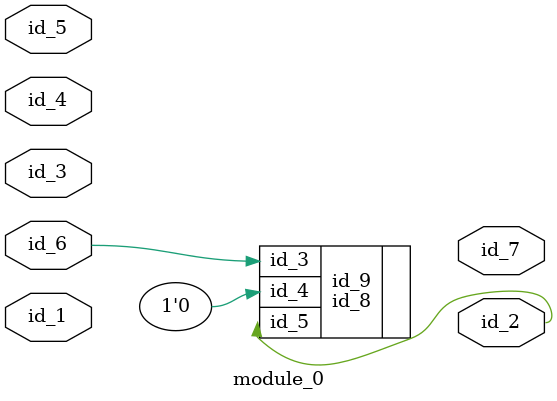
<source format=v>
module module_0 (
    id_1,
    id_2,
    id_3,
    id_4,
    id_5,
    id_6,
    id_7
);
  output id_7;
  input id_6;
  input id_5;
  input id_4;
  input id_3;
  output id_2;
  input id_1;
  id_8 id_9 (
      .id_4(id_7),
      .id_3(id_6),
      .id_5(id_6),
      .id_5(1),
      .id_5(id_2),
      .id_4(1'b0)
  );
  id_10 id_11 (
      .id_2(id_9),
      .id_1(id_1),
      .id_3(id_3)
  );
endmodule

</source>
